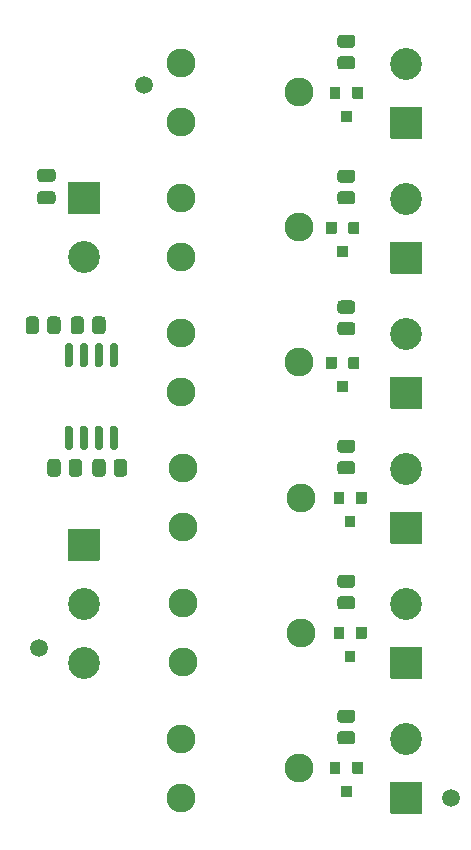
<source format=gbr>
%TF.GenerationSoftware,KiCad,Pcbnew,(5.1.10)-1*%
%TF.CreationDate,2021-08-17T16:01:40+03:00*%
%TF.ProjectId,Lamls_Type3,4c616d6c-735f-4547-9970-65332e6b6963,rev?*%
%TF.SameCoordinates,Original*%
%TF.FileFunction,Soldermask,Bot*%
%TF.FilePolarity,Negative*%
%FSLAX46Y46*%
G04 Gerber Fmt 4.6, Leading zero omitted, Abs format (unit mm)*
G04 Created by KiCad (PCBNEW (5.1.10)-1) date 2021-08-17 16:01:40*
%MOMM*%
%LPD*%
G01*
G04 APERTURE LIST*
%ADD10C,2.442000*%
%ADD11C,2.702000*%
%ADD12C,1.500000*%
G04 APERTURE END LIST*
%TO.C,U1*%
G36*
G01*
X154480500Y-90521000D02*
X154129500Y-90521000D01*
G75*
G02*
X153954000Y-90345500I0J175500D01*
G01*
X153954000Y-88694500D01*
G75*
G02*
X154129500Y-88519000I175500J0D01*
G01*
X154480500Y-88519000D01*
G75*
G02*
X154656000Y-88694500I0J-175500D01*
G01*
X154656000Y-90345500D01*
G75*
G02*
X154480500Y-90521000I-175500J0D01*
G01*
G37*
G36*
G01*
X153210500Y-90521000D02*
X152859500Y-90521000D01*
G75*
G02*
X152684000Y-90345500I0J175500D01*
G01*
X152684000Y-88694500D01*
G75*
G02*
X152859500Y-88519000I175500J0D01*
G01*
X153210500Y-88519000D01*
G75*
G02*
X153386000Y-88694500I0J-175500D01*
G01*
X153386000Y-90345500D01*
G75*
G02*
X153210500Y-90521000I-175500J0D01*
G01*
G37*
G36*
G01*
X151940500Y-90521000D02*
X151589500Y-90521000D01*
G75*
G02*
X151414000Y-90345500I0J175500D01*
G01*
X151414000Y-88694500D01*
G75*
G02*
X151589500Y-88519000I175500J0D01*
G01*
X151940500Y-88519000D01*
G75*
G02*
X152116000Y-88694500I0J-175500D01*
G01*
X152116000Y-90345500D01*
G75*
G02*
X151940500Y-90521000I-175500J0D01*
G01*
G37*
G36*
G01*
X150670500Y-90521000D02*
X150319500Y-90521000D01*
G75*
G02*
X150144000Y-90345500I0J175500D01*
G01*
X150144000Y-88694500D01*
G75*
G02*
X150319500Y-88519000I175500J0D01*
G01*
X150670500Y-88519000D01*
G75*
G02*
X150846000Y-88694500I0J-175500D01*
G01*
X150846000Y-90345500D01*
G75*
G02*
X150670500Y-90521000I-175500J0D01*
G01*
G37*
G36*
G01*
X150670500Y-97521000D02*
X150319500Y-97521000D01*
G75*
G02*
X150144000Y-97345500I0J175500D01*
G01*
X150144000Y-95694500D01*
G75*
G02*
X150319500Y-95519000I175500J0D01*
G01*
X150670500Y-95519000D01*
G75*
G02*
X150846000Y-95694500I0J-175500D01*
G01*
X150846000Y-97345500D01*
G75*
G02*
X150670500Y-97521000I-175500J0D01*
G01*
G37*
G36*
G01*
X151940500Y-97521000D02*
X151589500Y-97521000D01*
G75*
G02*
X151414000Y-97345500I0J175500D01*
G01*
X151414000Y-95694500D01*
G75*
G02*
X151589500Y-95519000I175500J0D01*
G01*
X151940500Y-95519000D01*
G75*
G02*
X152116000Y-95694500I0J-175500D01*
G01*
X152116000Y-97345500D01*
G75*
G02*
X151940500Y-97521000I-175500J0D01*
G01*
G37*
G36*
G01*
X153210500Y-97521000D02*
X152859500Y-97521000D01*
G75*
G02*
X152684000Y-97345500I0J175500D01*
G01*
X152684000Y-95694500D01*
G75*
G02*
X152859500Y-95519000I175500J0D01*
G01*
X153210500Y-95519000D01*
G75*
G02*
X153386000Y-95694500I0J-175500D01*
G01*
X153386000Y-97345500D01*
G75*
G02*
X153210500Y-97521000I-175500J0D01*
G01*
G37*
G36*
G01*
X154480500Y-97521000D02*
X154129500Y-97521000D01*
G75*
G02*
X153954000Y-97345500I0J175500D01*
G01*
X153954000Y-95694500D01*
G75*
G02*
X154129500Y-95519000I175500J0D01*
G01*
X154480500Y-95519000D01*
G75*
G02*
X154656000Y-95694500I0J-175500D01*
G01*
X154656000Y-97345500D01*
G75*
G02*
X154480500Y-97521000I-175500J0D01*
G01*
G37*
%TD*%
D10*
%TO.C,RV6*%
X160020000Y-127000000D03*
X170020000Y-124500000D03*
X160020000Y-122000000D03*
%TD*%
%TO.C,RV5*%
X160180000Y-115530000D03*
X170180000Y-113030000D03*
X160180000Y-110530000D03*
%TD*%
%TO.C,RV4*%
X160180000Y-104100000D03*
X170180000Y-101600000D03*
X160180000Y-99100000D03*
%TD*%
%TO.C,RV3*%
X160020000Y-92630000D03*
X170020000Y-90130000D03*
X160020000Y-87630000D03*
%TD*%
%TO.C,RV2*%
X160020000Y-81200000D03*
X170020000Y-78700000D03*
X160020000Y-76200000D03*
%TD*%
%TO.C,RV1*%
X160020000Y-69770000D03*
X170020000Y-67270000D03*
X160020000Y-64770000D03*
%TD*%
%TO.C,R10*%
G36*
G01*
X174466124Y-120658500D02*
X173513876Y-120658500D01*
G75*
G02*
X173239000Y-120383624I0J274876D01*
G01*
X173239000Y-119806376D01*
G75*
G02*
X173513876Y-119531500I274876J0D01*
G01*
X174466124Y-119531500D01*
G75*
G02*
X174741000Y-119806376I0J-274876D01*
G01*
X174741000Y-120383624D01*
G75*
G02*
X174466124Y-120658500I-274876J0D01*
G01*
G37*
G36*
G01*
X174466124Y-122483500D02*
X173513876Y-122483500D01*
G75*
G02*
X173239000Y-122208624I0J274876D01*
G01*
X173239000Y-121631376D01*
G75*
G02*
X173513876Y-121356500I274876J0D01*
G01*
X174466124Y-121356500D01*
G75*
G02*
X174741000Y-121631376I0J-274876D01*
G01*
X174741000Y-122208624D01*
G75*
G02*
X174466124Y-122483500I-274876J0D01*
G01*
G37*
%TD*%
%TO.C,R9*%
G36*
G01*
X174466124Y-109228500D02*
X173513876Y-109228500D01*
G75*
G02*
X173239000Y-108953624I0J274876D01*
G01*
X173239000Y-108376376D01*
G75*
G02*
X173513876Y-108101500I274876J0D01*
G01*
X174466124Y-108101500D01*
G75*
G02*
X174741000Y-108376376I0J-274876D01*
G01*
X174741000Y-108953624D01*
G75*
G02*
X174466124Y-109228500I-274876J0D01*
G01*
G37*
G36*
G01*
X174466124Y-111053500D02*
X173513876Y-111053500D01*
G75*
G02*
X173239000Y-110778624I0J274876D01*
G01*
X173239000Y-110201376D01*
G75*
G02*
X173513876Y-109926500I274876J0D01*
G01*
X174466124Y-109926500D01*
G75*
G02*
X174741000Y-110201376I0J-274876D01*
G01*
X174741000Y-110778624D01*
G75*
G02*
X174466124Y-111053500I-274876J0D01*
G01*
G37*
%TD*%
%TO.C,R8*%
G36*
G01*
X174466124Y-97798500D02*
X173513876Y-97798500D01*
G75*
G02*
X173239000Y-97523624I0J274876D01*
G01*
X173239000Y-96946376D01*
G75*
G02*
X173513876Y-96671500I274876J0D01*
G01*
X174466124Y-96671500D01*
G75*
G02*
X174741000Y-96946376I0J-274876D01*
G01*
X174741000Y-97523624D01*
G75*
G02*
X174466124Y-97798500I-274876J0D01*
G01*
G37*
G36*
G01*
X174466124Y-99623500D02*
X173513876Y-99623500D01*
G75*
G02*
X173239000Y-99348624I0J274876D01*
G01*
X173239000Y-98771376D01*
G75*
G02*
X173513876Y-98496500I274876J0D01*
G01*
X174466124Y-98496500D01*
G75*
G02*
X174741000Y-98771376I0J-274876D01*
G01*
X174741000Y-99348624D01*
G75*
G02*
X174466124Y-99623500I-274876J0D01*
G01*
G37*
%TD*%
%TO.C,R7*%
G36*
G01*
X174466124Y-86011000D02*
X173513876Y-86011000D01*
G75*
G02*
X173239000Y-85736124I0J274876D01*
G01*
X173239000Y-85158876D01*
G75*
G02*
X173513876Y-84884000I274876J0D01*
G01*
X174466124Y-84884000D01*
G75*
G02*
X174741000Y-85158876I0J-274876D01*
G01*
X174741000Y-85736124D01*
G75*
G02*
X174466124Y-86011000I-274876J0D01*
G01*
G37*
G36*
G01*
X174466124Y-87836000D02*
X173513876Y-87836000D01*
G75*
G02*
X173239000Y-87561124I0J274876D01*
G01*
X173239000Y-86983876D01*
G75*
G02*
X173513876Y-86709000I274876J0D01*
G01*
X174466124Y-86709000D01*
G75*
G02*
X174741000Y-86983876I0J-274876D01*
G01*
X174741000Y-87561124D01*
G75*
G02*
X174466124Y-87836000I-274876J0D01*
G01*
G37*
%TD*%
%TO.C,R6*%
G36*
G01*
X174466124Y-74938500D02*
X173513876Y-74938500D01*
G75*
G02*
X173239000Y-74663624I0J274876D01*
G01*
X173239000Y-74086376D01*
G75*
G02*
X173513876Y-73811500I274876J0D01*
G01*
X174466124Y-73811500D01*
G75*
G02*
X174741000Y-74086376I0J-274876D01*
G01*
X174741000Y-74663624D01*
G75*
G02*
X174466124Y-74938500I-274876J0D01*
G01*
G37*
G36*
G01*
X174466124Y-76763500D02*
X173513876Y-76763500D01*
G75*
G02*
X173239000Y-76488624I0J274876D01*
G01*
X173239000Y-75911376D01*
G75*
G02*
X173513876Y-75636500I274876J0D01*
G01*
X174466124Y-75636500D01*
G75*
G02*
X174741000Y-75911376I0J-274876D01*
G01*
X174741000Y-76488624D01*
G75*
G02*
X174466124Y-76763500I-274876J0D01*
G01*
G37*
%TD*%
%TO.C,R5*%
G36*
G01*
X174466124Y-63508500D02*
X173513876Y-63508500D01*
G75*
G02*
X173239000Y-63233624I0J274876D01*
G01*
X173239000Y-62656376D01*
G75*
G02*
X173513876Y-62381500I274876J0D01*
G01*
X174466124Y-62381500D01*
G75*
G02*
X174741000Y-62656376I0J-274876D01*
G01*
X174741000Y-63233624D01*
G75*
G02*
X174466124Y-63508500I-274876J0D01*
G01*
G37*
G36*
G01*
X174466124Y-65333500D02*
X173513876Y-65333500D01*
G75*
G02*
X173239000Y-65058624I0J274876D01*
G01*
X173239000Y-64481376D01*
G75*
G02*
X173513876Y-64206500I274876J0D01*
G01*
X174466124Y-64206500D01*
G75*
G02*
X174741000Y-64481376I0J-274876D01*
G01*
X174741000Y-65058624D01*
G75*
G02*
X174466124Y-65333500I-274876J0D01*
G01*
G37*
%TD*%
%TO.C,R4*%
G36*
G01*
X152471500Y-87471124D02*
X152471500Y-86518876D01*
G75*
G02*
X152746376Y-86244000I274876J0D01*
G01*
X153323624Y-86244000D01*
G75*
G02*
X153598500Y-86518876I0J-274876D01*
G01*
X153598500Y-87471124D01*
G75*
G02*
X153323624Y-87746000I-274876J0D01*
G01*
X152746376Y-87746000D01*
G75*
G02*
X152471500Y-87471124I0J274876D01*
G01*
G37*
G36*
G01*
X150646500Y-87471124D02*
X150646500Y-86518876D01*
G75*
G02*
X150921376Y-86244000I274876J0D01*
G01*
X151498624Y-86244000D01*
G75*
G02*
X151773500Y-86518876I0J-274876D01*
G01*
X151773500Y-87471124D01*
G75*
G02*
X151498624Y-87746000I-274876J0D01*
G01*
X150921376Y-87746000D01*
G75*
G02*
X150646500Y-87471124I0J274876D01*
G01*
G37*
%TD*%
%TO.C,R3*%
G36*
G01*
X154296500Y-99536124D02*
X154296500Y-98583876D01*
G75*
G02*
X154571376Y-98309000I274876J0D01*
G01*
X155148624Y-98309000D01*
G75*
G02*
X155423500Y-98583876I0J-274876D01*
G01*
X155423500Y-99536124D01*
G75*
G02*
X155148624Y-99811000I-274876J0D01*
G01*
X154571376Y-99811000D01*
G75*
G02*
X154296500Y-99536124I0J274876D01*
G01*
G37*
G36*
G01*
X152471500Y-99536124D02*
X152471500Y-98583876D01*
G75*
G02*
X152746376Y-98309000I274876J0D01*
G01*
X153323624Y-98309000D01*
G75*
G02*
X153598500Y-98583876I0J-274876D01*
G01*
X153598500Y-99536124D01*
G75*
G02*
X153323624Y-99811000I-274876J0D01*
G01*
X152746376Y-99811000D01*
G75*
G02*
X152471500Y-99536124I0J274876D01*
G01*
G37*
%TD*%
%TO.C,R2*%
G36*
G01*
X147963500Y-86518876D02*
X147963500Y-87471124D01*
G75*
G02*
X147688624Y-87746000I-274876J0D01*
G01*
X147111376Y-87746000D01*
G75*
G02*
X146836500Y-87471124I0J274876D01*
G01*
X146836500Y-86518876D01*
G75*
G02*
X147111376Y-86244000I274876J0D01*
G01*
X147688624Y-86244000D01*
G75*
G02*
X147963500Y-86518876I0J-274876D01*
G01*
G37*
G36*
G01*
X149788500Y-86518876D02*
X149788500Y-87471124D01*
G75*
G02*
X149513624Y-87746000I-274876J0D01*
G01*
X148936376Y-87746000D01*
G75*
G02*
X148661500Y-87471124I0J274876D01*
G01*
X148661500Y-86518876D01*
G75*
G02*
X148936376Y-86244000I274876J0D01*
G01*
X149513624Y-86244000D01*
G75*
G02*
X149788500Y-86518876I0J-274876D01*
G01*
G37*
%TD*%
%TO.C,R1*%
G36*
G01*
X149788500Y-98583876D02*
X149788500Y-99536124D01*
G75*
G02*
X149513624Y-99811000I-274876J0D01*
G01*
X148936376Y-99811000D01*
G75*
G02*
X148661500Y-99536124I0J274876D01*
G01*
X148661500Y-98583876D01*
G75*
G02*
X148936376Y-98309000I274876J0D01*
G01*
X149513624Y-98309000D01*
G75*
G02*
X149788500Y-98583876I0J-274876D01*
G01*
G37*
G36*
G01*
X151613500Y-98583876D02*
X151613500Y-99536124D01*
G75*
G02*
X151338624Y-99811000I-274876J0D01*
G01*
X150761376Y-99811000D01*
G75*
G02*
X150486500Y-99536124I0J274876D01*
G01*
X150486500Y-98583876D01*
G75*
G02*
X150761376Y-98309000I274876J0D01*
G01*
X151338624Y-98309000D01*
G75*
G02*
X151613500Y-98583876I0J-274876D01*
G01*
G37*
%TD*%
%TO.C,Q6*%
G36*
G01*
X173590000Y-125959000D02*
X174390000Y-125959000D01*
G75*
G02*
X174441000Y-126010000I0J-51000D01*
G01*
X174441000Y-126910000D01*
G75*
G02*
X174390000Y-126961000I-51000J0D01*
G01*
X173590000Y-126961000D01*
G75*
G02*
X173539000Y-126910000I0J51000D01*
G01*
X173539000Y-126010000D01*
G75*
G02*
X173590000Y-125959000I51000J0D01*
G01*
G37*
G36*
G01*
X174540000Y-123959000D02*
X175340000Y-123959000D01*
G75*
G02*
X175391000Y-124010000I0J-51000D01*
G01*
X175391000Y-124910000D01*
G75*
G02*
X175340000Y-124961000I-51000J0D01*
G01*
X174540000Y-124961000D01*
G75*
G02*
X174489000Y-124910000I0J51000D01*
G01*
X174489000Y-124010000D01*
G75*
G02*
X174540000Y-123959000I51000J0D01*
G01*
G37*
G36*
G01*
X172640000Y-123959000D02*
X173440000Y-123959000D01*
G75*
G02*
X173491000Y-124010000I0J-51000D01*
G01*
X173491000Y-124910000D01*
G75*
G02*
X173440000Y-124961000I-51000J0D01*
G01*
X172640000Y-124961000D01*
G75*
G02*
X172589000Y-124910000I0J51000D01*
G01*
X172589000Y-124010000D01*
G75*
G02*
X172640000Y-123959000I51000J0D01*
G01*
G37*
%TD*%
%TO.C,Q5*%
G36*
G01*
X173910000Y-114529000D02*
X174710000Y-114529000D01*
G75*
G02*
X174761000Y-114580000I0J-51000D01*
G01*
X174761000Y-115480000D01*
G75*
G02*
X174710000Y-115531000I-51000J0D01*
G01*
X173910000Y-115531000D01*
G75*
G02*
X173859000Y-115480000I0J51000D01*
G01*
X173859000Y-114580000D01*
G75*
G02*
X173910000Y-114529000I51000J0D01*
G01*
G37*
G36*
G01*
X174860000Y-112529000D02*
X175660000Y-112529000D01*
G75*
G02*
X175711000Y-112580000I0J-51000D01*
G01*
X175711000Y-113480000D01*
G75*
G02*
X175660000Y-113531000I-51000J0D01*
G01*
X174860000Y-113531000D01*
G75*
G02*
X174809000Y-113480000I0J51000D01*
G01*
X174809000Y-112580000D01*
G75*
G02*
X174860000Y-112529000I51000J0D01*
G01*
G37*
G36*
G01*
X172960000Y-112529000D02*
X173760000Y-112529000D01*
G75*
G02*
X173811000Y-112580000I0J-51000D01*
G01*
X173811000Y-113480000D01*
G75*
G02*
X173760000Y-113531000I-51000J0D01*
G01*
X172960000Y-113531000D01*
G75*
G02*
X172909000Y-113480000I0J51000D01*
G01*
X172909000Y-112580000D01*
G75*
G02*
X172960000Y-112529000I51000J0D01*
G01*
G37*
%TD*%
%TO.C,Q4*%
G36*
G01*
X173910000Y-103099000D02*
X174710000Y-103099000D01*
G75*
G02*
X174761000Y-103150000I0J-51000D01*
G01*
X174761000Y-104050000D01*
G75*
G02*
X174710000Y-104101000I-51000J0D01*
G01*
X173910000Y-104101000D01*
G75*
G02*
X173859000Y-104050000I0J51000D01*
G01*
X173859000Y-103150000D01*
G75*
G02*
X173910000Y-103099000I51000J0D01*
G01*
G37*
G36*
G01*
X174860000Y-101099000D02*
X175660000Y-101099000D01*
G75*
G02*
X175711000Y-101150000I0J-51000D01*
G01*
X175711000Y-102050000D01*
G75*
G02*
X175660000Y-102101000I-51000J0D01*
G01*
X174860000Y-102101000D01*
G75*
G02*
X174809000Y-102050000I0J51000D01*
G01*
X174809000Y-101150000D01*
G75*
G02*
X174860000Y-101099000I51000J0D01*
G01*
G37*
G36*
G01*
X172960000Y-101099000D02*
X173760000Y-101099000D01*
G75*
G02*
X173811000Y-101150000I0J-51000D01*
G01*
X173811000Y-102050000D01*
G75*
G02*
X173760000Y-102101000I-51000J0D01*
G01*
X172960000Y-102101000D01*
G75*
G02*
X172909000Y-102050000I0J51000D01*
G01*
X172909000Y-101150000D01*
G75*
G02*
X172960000Y-101099000I51000J0D01*
G01*
G37*
%TD*%
%TO.C,Q3*%
G36*
G01*
X173270000Y-91669000D02*
X174070000Y-91669000D01*
G75*
G02*
X174121000Y-91720000I0J-51000D01*
G01*
X174121000Y-92620000D01*
G75*
G02*
X174070000Y-92671000I-51000J0D01*
G01*
X173270000Y-92671000D01*
G75*
G02*
X173219000Y-92620000I0J51000D01*
G01*
X173219000Y-91720000D01*
G75*
G02*
X173270000Y-91669000I51000J0D01*
G01*
G37*
G36*
G01*
X174220000Y-89669000D02*
X175020000Y-89669000D01*
G75*
G02*
X175071000Y-89720000I0J-51000D01*
G01*
X175071000Y-90620000D01*
G75*
G02*
X175020000Y-90671000I-51000J0D01*
G01*
X174220000Y-90671000D01*
G75*
G02*
X174169000Y-90620000I0J51000D01*
G01*
X174169000Y-89720000D01*
G75*
G02*
X174220000Y-89669000I51000J0D01*
G01*
G37*
G36*
G01*
X172320000Y-89669000D02*
X173120000Y-89669000D01*
G75*
G02*
X173171000Y-89720000I0J-51000D01*
G01*
X173171000Y-90620000D01*
G75*
G02*
X173120000Y-90671000I-51000J0D01*
G01*
X172320000Y-90671000D01*
G75*
G02*
X172269000Y-90620000I0J51000D01*
G01*
X172269000Y-89720000D01*
G75*
G02*
X172320000Y-89669000I51000J0D01*
G01*
G37*
%TD*%
%TO.C,Q2*%
G36*
G01*
X173270000Y-80239000D02*
X174070000Y-80239000D01*
G75*
G02*
X174121000Y-80290000I0J-51000D01*
G01*
X174121000Y-81190000D01*
G75*
G02*
X174070000Y-81241000I-51000J0D01*
G01*
X173270000Y-81241000D01*
G75*
G02*
X173219000Y-81190000I0J51000D01*
G01*
X173219000Y-80290000D01*
G75*
G02*
X173270000Y-80239000I51000J0D01*
G01*
G37*
G36*
G01*
X174220000Y-78239000D02*
X175020000Y-78239000D01*
G75*
G02*
X175071000Y-78290000I0J-51000D01*
G01*
X175071000Y-79190000D01*
G75*
G02*
X175020000Y-79241000I-51000J0D01*
G01*
X174220000Y-79241000D01*
G75*
G02*
X174169000Y-79190000I0J51000D01*
G01*
X174169000Y-78290000D01*
G75*
G02*
X174220000Y-78239000I51000J0D01*
G01*
G37*
G36*
G01*
X172320000Y-78239000D02*
X173120000Y-78239000D01*
G75*
G02*
X173171000Y-78290000I0J-51000D01*
G01*
X173171000Y-79190000D01*
G75*
G02*
X173120000Y-79241000I-51000J0D01*
G01*
X172320000Y-79241000D01*
G75*
G02*
X172269000Y-79190000I0J51000D01*
G01*
X172269000Y-78290000D01*
G75*
G02*
X172320000Y-78239000I51000J0D01*
G01*
G37*
%TD*%
%TO.C,Q1*%
G36*
G01*
X173590000Y-68809000D02*
X174390000Y-68809000D01*
G75*
G02*
X174441000Y-68860000I0J-51000D01*
G01*
X174441000Y-69760000D01*
G75*
G02*
X174390000Y-69811000I-51000J0D01*
G01*
X173590000Y-69811000D01*
G75*
G02*
X173539000Y-69760000I0J51000D01*
G01*
X173539000Y-68860000D01*
G75*
G02*
X173590000Y-68809000I51000J0D01*
G01*
G37*
G36*
G01*
X174540000Y-66809000D02*
X175340000Y-66809000D01*
G75*
G02*
X175391000Y-66860000I0J-51000D01*
G01*
X175391000Y-67760000D01*
G75*
G02*
X175340000Y-67811000I-51000J0D01*
G01*
X174540000Y-67811000D01*
G75*
G02*
X174489000Y-67760000I0J51000D01*
G01*
X174489000Y-66860000D01*
G75*
G02*
X174540000Y-66809000I51000J0D01*
G01*
G37*
G36*
G01*
X172640000Y-66809000D02*
X173440000Y-66809000D01*
G75*
G02*
X173491000Y-66860000I0J-51000D01*
G01*
X173491000Y-67760000D01*
G75*
G02*
X173440000Y-67811000I-51000J0D01*
G01*
X172640000Y-67811000D01*
G75*
G02*
X172589000Y-67760000I0J51000D01*
G01*
X172589000Y-66860000D01*
G75*
G02*
X172640000Y-66809000I51000J0D01*
G01*
G37*
%TD*%
D11*
%TO.C,J8*%
X179070000Y-122000000D03*
G36*
G01*
X180370000Y-128351000D02*
X177770000Y-128351000D01*
G75*
G02*
X177719000Y-128300000I0J51000D01*
G01*
X177719000Y-125700000D01*
G75*
G02*
X177770000Y-125649000I51000J0D01*
G01*
X180370000Y-125649000D01*
G75*
G02*
X180421000Y-125700000I0J-51000D01*
G01*
X180421000Y-128300000D01*
G75*
G02*
X180370000Y-128351000I-51000J0D01*
G01*
G37*
%TD*%
%TO.C,J7*%
X179070000Y-110570000D03*
G36*
G01*
X180370000Y-116921000D02*
X177770000Y-116921000D01*
G75*
G02*
X177719000Y-116870000I0J51000D01*
G01*
X177719000Y-114270000D01*
G75*
G02*
X177770000Y-114219000I51000J0D01*
G01*
X180370000Y-114219000D01*
G75*
G02*
X180421000Y-114270000I0J-51000D01*
G01*
X180421000Y-116870000D01*
G75*
G02*
X180370000Y-116921000I-51000J0D01*
G01*
G37*
%TD*%
%TO.C,J6*%
X179070000Y-64850000D03*
G36*
G01*
X180370000Y-71201000D02*
X177770000Y-71201000D01*
G75*
G02*
X177719000Y-71150000I0J51000D01*
G01*
X177719000Y-68550000D01*
G75*
G02*
X177770000Y-68499000I51000J0D01*
G01*
X180370000Y-68499000D01*
G75*
G02*
X180421000Y-68550000I0J-51000D01*
G01*
X180421000Y-71150000D01*
G75*
G02*
X180370000Y-71201000I-51000J0D01*
G01*
G37*
%TD*%
%TO.C,J5*%
X179070000Y-99140000D03*
G36*
G01*
X180370000Y-105491000D02*
X177770000Y-105491000D01*
G75*
G02*
X177719000Y-105440000I0J51000D01*
G01*
X177719000Y-102840000D01*
G75*
G02*
X177770000Y-102789000I51000J0D01*
G01*
X180370000Y-102789000D01*
G75*
G02*
X180421000Y-102840000I0J-51000D01*
G01*
X180421000Y-105440000D01*
G75*
G02*
X180370000Y-105491000I-51000J0D01*
G01*
G37*
%TD*%
%TO.C,J4*%
X179070000Y-87710000D03*
G36*
G01*
X180370000Y-94061000D02*
X177770000Y-94061000D01*
G75*
G02*
X177719000Y-94010000I0J51000D01*
G01*
X177719000Y-91410000D01*
G75*
G02*
X177770000Y-91359000I51000J0D01*
G01*
X180370000Y-91359000D01*
G75*
G02*
X180421000Y-91410000I0J-51000D01*
G01*
X180421000Y-94010000D01*
G75*
G02*
X180370000Y-94061000I-51000J0D01*
G01*
G37*
%TD*%
%TO.C,J3*%
X179070000Y-76280000D03*
G36*
G01*
X180370000Y-82631000D02*
X177770000Y-82631000D01*
G75*
G02*
X177719000Y-82580000I0J51000D01*
G01*
X177719000Y-79980000D01*
G75*
G02*
X177770000Y-79929000I51000J0D01*
G01*
X180370000Y-79929000D01*
G75*
G02*
X180421000Y-79980000I0J-51000D01*
G01*
X180421000Y-82580000D01*
G75*
G02*
X180370000Y-82631000I-51000J0D01*
G01*
G37*
%TD*%
%TO.C,J2*%
X151765000Y-81200000D03*
G36*
G01*
X150465000Y-74849000D02*
X153065000Y-74849000D01*
G75*
G02*
X153116000Y-74900000I0J-51000D01*
G01*
X153116000Y-77500000D01*
G75*
G02*
X153065000Y-77551000I-51000J0D01*
G01*
X150465000Y-77551000D01*
G75*
G02*
X150414000Y-77500000I0J51000D01*
G01*
X150414000Y-74900000D01*
G75*
G02*
X150465000Y-74849000I51000J0D01*
G01*
G37*
%TD*%
%TO.C,J1*%
X151765000Y-115570000D03*
X151765000Y-110570000D03*
G36*
G01*
X150465000Y-104219000D02*
X153065000Y-104219000D01*
G75*
G02*
X153116000Y-104270000I0J-51000D01*
G01*
X153116000Y-106870000D01*
G75*
G02*
X153065000Y-106921000I-51000J0D01*
G01*
X150465000Y-106921000D01*
G75*
G02*
X150414000Y-106870000I0J51000D01*
G01*
X150414000Y-104270000D01*
G75*
G02*
X150465000Y-104219000I51000J0D01*
G01*
G37*
%TD*%
%TO.C,C1*%
G36*
G01*
X149090500Y-76751000D02*
X148089500Y-76751000D01*
G75*
G02*
X147814000Y-76475500I0J275500D01*
G01*
X147814000Y-75924500D01*
G75*
G02*
X148089500Y-75649000I275500J0D01*
G01*
X149090500Y-75649000D01*
G75*
G02*
X149366000Y-75924500I0J-275500D01*
G01*
X149366000Y-76475500D01*
G75*
G02*
X149090500Y-76751000I-275500J0D01*
G01*
G37*
G36*
G01*
X149090500Y-74851000D02*
X148089500Y-74851000D01*
G75*
G02*
X147814000Y-74575500I0J275500D01*
G01*
X147814000Y-74024500D01*
G75*
G02*
X148089500Y-73749000I275500J0D01*
G01*
X149090500Y-73749000D01*
G75*
G02*
X149366000Y-74024500I0J-275500D01*
G01*
X149366000Y-74575500D01*
G75*
G02*
X149090500Y-74851000I-275500J0D01*
G01*
G37*
%TD*%
D12*
%TO.C,FID1*%
X147955000Y-114300000D03*
%TD*%
%TO.C,FID2*%
X182880000Y-127000000D03*
%TD*%
%TO.C,FID3*%
X156845000Y-66675000D03*
%TD*%
M02*

</source>
